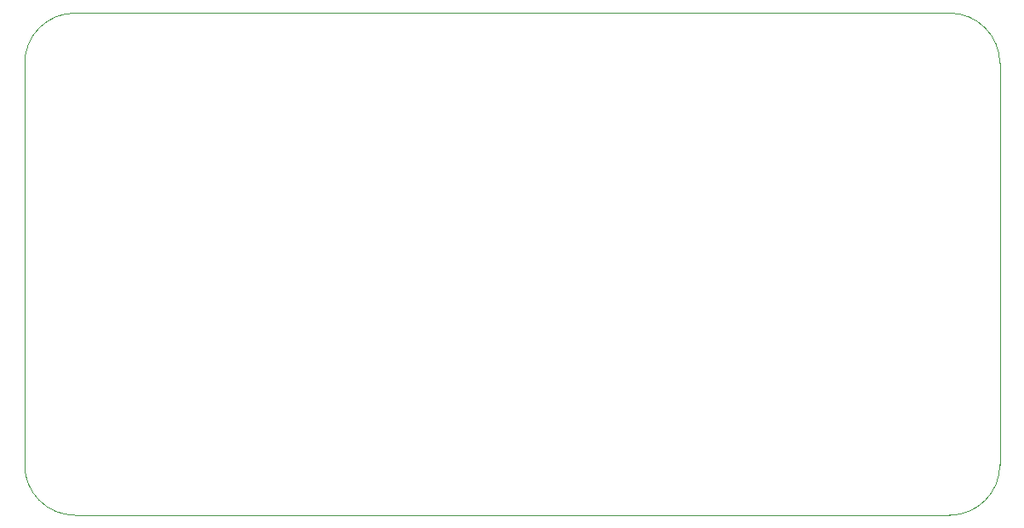
<source format=gbr>
%TF.GenerationSoftware,KiCad,Pcbnew,9.0.1*%
%TF.CreationDate,2025-05-06T15:55:57+03:00*%
%TF.ProjectId,H bridge,48206272-6964-4676-952e-6b696361645f,2.1v*%
%TF.SameCoordinates,Original*%
%TF.FileFunction,Profile,NP*%
%FSLAX46Y46*%
G04 Gerber Fmt 4.6, Leading zero omitted, Abs format (unit mm)*
G04 Created by KiCad (PCBNEW 9.0.1) date 2025-05-06 15:55:57*
%MOMM*%
%LPD*%
G01*
G04 APERTURE LIST*
%TA.AperFunction,Profile*%
%ADD10C,0.050000*%
%TD*%
G04 APERTURE END LIST*
D10*
X119137500Y-109522500D02*
X206137500Y-109522500D01*
X119137500Y-109522500D02*
G75*
G02*
X114137500Y-104522500I0J5000000D01*
G01*
X211137500Y-104522500D02*
X211137500Y-64522500D01*
X114137500Y-64522500D02*
X114137500Y-104522500D01*
X211137500Y-104522500D02*
G75*
G02*
X206137500Y-109522500I-5000000J0D01*
G01*
X206137500Y-59522500D02*
G75*
G02*
X211137500Y-64522500I0J-5000000D01*
G01*
X206137500Y-59522500D02*
X119137500Y-59522500D01*
X114137500Y-64522500D02*
G75*
G02*
X119137500Y-59522500I5000000J0D01*
G01*
M02*

</source>
